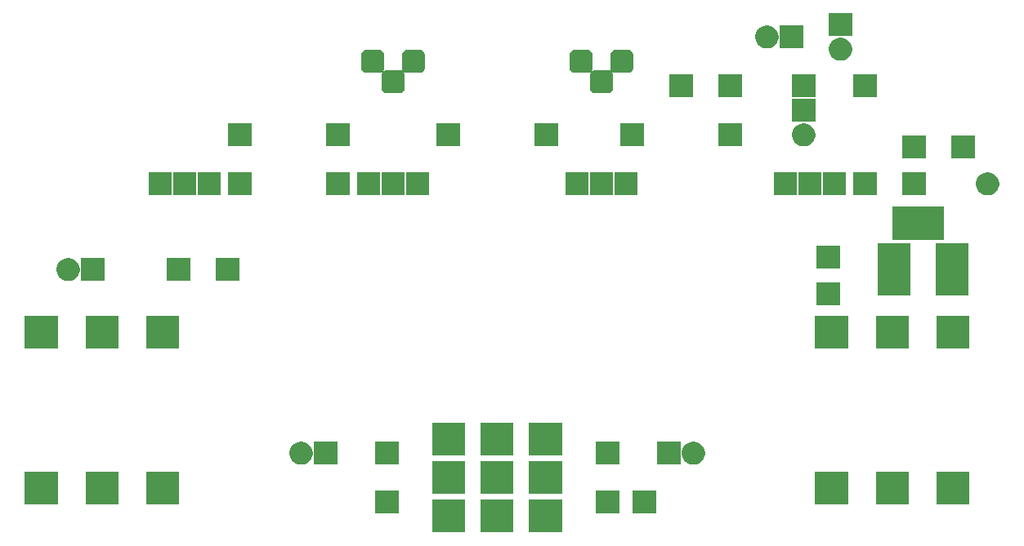
<source format=gbr>
G04 #@! TF.GenerationSoftware,KiCad,Pcbnew,5.1.6-c6e7f7d~87~ubuntu19.10.1*
G04 #@! TF.CreationDate,2021-07-04T19:22:05+06:00*
G04 #@! TF.ProjectId,fuzz_factory_r1b_r1b,66757a7a-5f66-4616-9374-6f72795f7231,MB:1B/PB:1B*
G04 #@! TF.SameCoordinates,Original*
G04 #@! TF.FileFunction,Soldermask,Bot*
G04 #@! TF.FilePolarity,Negative*
%FSLAX46Y46*%
G04 Gerber Fmt 4.6, Leading zero omitted, Abs format (unit mm)*
G04 Created by KiCad (PCBNEW 5.1.6-c6e7f7d~87~ubuntu19.10.1) date 2021-07-04 19:22:05*
%MOMM*%
%LPD*%
G01*
G04 APERTURE LIST*
%ADD10C,0.100000*%
G04 APERTURE END LIST*
D10*
G36*
X144020000Y-141590000D02*
G01*
X140620000Y-141590000D01*
X140620000Y-138190000D01*
X144020000Y-138190000D01*
X144020000Y-141590000D01*
G37*
G36*
X154020000Y-141590000D02*
G01*
X150620000Y-141590000D01*
X150620000Y-138190000D01*
X154020000Y-138190000D01*
X154020000Y-141590000D01*
G37*
G36*
X149020000Y-141590000D02*
G01*
X145620000Y-141590000D01*
X145620000Y-138190000D01*
X149020000Y-138190000D01*
X149020000Y-141590000D01*
G37*
G36*
X137090000Y-139630000D02*
G01*
X134690000Y-139630000D01*
X134690000Y-137230000D01*
X137090000Y-137230000D01*
X137090000Y-139630000D01*
G37*
G36*
X163760000Y-139630000D02*
G01*
X161360000Y-139630000D01*
X161360000Y-137230000D01*
X163760000Y-137230000D01*
X163760000Y-139630000D01*
G37*
G36*
X159950000Y-139630000D02*
G01*
X157550000Y-139630000D01*
X157550000Y-137230000D01*
X159950000Y-137230000D01*
X159950000Y-139630000D01*
G37*
G36*
X108085000Y-138705000D02*
G01*
X104685000Y-138705000D01*
X104685000Y-135305000D01*
X108085000Y-135305000D01*
X108085000Y-138705000D01*
G37*
G36*
X196255000Y-138705000D02*
G01*
X192855000Y-138705000D01*
X192855000Y-135305000D01*
X196255000Y-135305000D01*
X196255000Y-138705000D01*
G37*
G36*
X189955000Y-138705000D02*
G01*
X186555000Y-138705000D01*
X186555000Y-135305000D01*
X189955000Y-135305000D01*
X189955000Y-138705000D01*
G37*
G36*
X183655000Y-138705000D02*
G01*
X180255000Y-138705000D01*
X180255000Y-135305000D01*
X183655000Y-135305000D01*
X183655000Y-138705000D01*
G37*
G36*
X101785000Y-138705000D02*
G01*
X98385000Y-138705000D01*
X98385000Y-135305000D01*
X101785000Y-135305000D01*
X101785000Y-138705000D01*
G37*
G36*
X114385000Y-138705000D02*
G01*
X110985000Y-138705000D01*
X110985000Y-135305000D01*
X114385000Y-135305000D01*
X114385000Y-138705000D01*
G37*
G36*
X144020000Y-137590000D02*
G01*
X140620000Y-137590000D01*
X140620000Y-134190000D01*
X144020000Y-134190000D01*
X144020000Y-137590000D01*
G37*
G36*
X149020000Y-137590000D02*
G01*
X145620000Y-137590000D01*
X145620000Y-134190000D01*
X149020000Y-134190000D01*
X149020000Y-137590000D01*
G37*
G36*
X154020000Y-137590000D02*
G01*
X150620000Y-137590000D01*
X150620000Y-134190000D01*
X154020000Y-134190000D01*
X154020000Y-137590000D01*
G37*
G36*
X159950000Y-134550000D02*
G01*
X157550000Y-134550000D01*
X157550000Y-132150000D01*
X159950000Y-132150000D01*
X159950000Y-134550000D01*
G37*
G36*
X127350025Y-132196115D02*
G01*
X127350028Y-132196116D01*
X127350027Y-132196116D01*
X127568413Y-132286574D01*
X127764955Y-132417899D01*
X127932101Y-132585045D01*
X128063426Y-132781587D01*
X128063427Y-132781589D01*
X128153885Y-132999975D01*
X128200000Y-133231809D01*
X128200000Y-133468191D01*
X128153885Y-133700025D01*
X128153884Y-133700027D01*
X128063426Y-133918413D01*
X127932101Y-134114955D01*
X127764955Y-134282101D01*
X127568413Y-134413426D01*
X127568412Y-134413427D01*
X127568411Y-134413427D01*
X127350025Y-134503885D01*
X127118191Y-134550000D01*
X126881809Y-134550000D01*
X126649975Y-134503885D01*
X126431589Y-134413427D01*
X126431588Y-134413427D01*
X126431587Y-134413426D01*
X126235045Y-134282101D01*
X126067899Y-134114955D01*
X125936574Y-133918413D01*
X125846116Y-133700027D01*
X125846115Y-133700025D01*
X125800000Y-133468191D01*
X125800000Y-133231809D01*
X125846115Y-132999975D01*
X125936573Y-132781589D01*
X125936574Y-132781587D01*
X126067899Y-132585045D01*
X126235045Y-132417899D01*
X126431587Y-132286574D01*
X126649973Y-132196116D01*
X126649972Y-132196116D01*
X126649975Y-132196115D01*
X126881809Y-132150000D01*
X127118191Y-132150000D01*
X127350025Y-132196115D01*
G37*
G36*
X130740000Y-134550000D02*
G01*
X128340000Y-134550000D01*
X128340000Y-132150000D01*
X130740000Y-132150000D01*
X130740000Y-134550000D01*
G37*
G36*
X167990025Y-132196115D02*
G01*
X167990028Y-132196116D01*
X167990027Y-132196116D01*
X168208413Y-132286574D01*
X168404955Y-132417899D01*
X168572101Y-132585045D01*
X168703426Y-132781587D01*
X168703427Y-132781589D01*
X168793885Y-132999975D01*
X168840000Y-133231809D01*
X168840000Y-133468191D01*
X168793885Y-133700025D01*
X168793884Y-133700027D01*
X168703426Y-133918413D01*
X168572101Y-134114955D01*
X168404955Y-134282101D01*
X168208413Y-134413426D01*
X168208412Y-134413427D01*
X168208411Y-134413427D01*
X167990025Y-134503885D01*
X167758191Y-134550000D01*
X167521809Y-134550000D01*
X167289975Y-134503885D01*
X167071589Y-134413427D01*
X167071588Y-134413427D01*
X167071587Y-134413426D01*
X166875045Y-134282101D01*
X166707899Y-134114955D01*
X166576574Y-133918413D01*
X166486116Y-133700027D01*
X166486115Y-133700025D01*
X166440000Y-133468191D01*
X166440000Y-133231809D01*
X166486115Y-132999975D01*
X166576573Y-132781589D01*
X166576574Y-132781587D01*
X166707899Y-132585045D01*
X166875045Y-132417899D01*
X167071587Y-132286574D01*
X167289973Y-132196116D01*
X167289972Y-132196116D01*
X167289975Y-132196115D01*
X167521809Y-132150000D01*
X167758191Y-132150000D01*
X167990025Y-132196115D01*
G37*
G36*
X166300000Y-134550000D02*
G01*
X163900000Y-134550000D01*
X163900000Y-132150000D01*
X166300000Y-132150000D01*
X166300000Y-134550000D01*
G37*
G36*
X137090000Y-134550000D02*
G01*
X134690000Y-134550000D01*
X134690000Y-132150000D01*
X137090000Y-132150000D01*
X137090000Y-134550000D01*
G37*
G36*
X154020000Y-133590000D02*
G01*
X150620000Y-133590000D01*
X150620000Y-130190000D01*
X154020000Y-130190000D01*
X154020000Y-133590000D01*
G37*
G36*
X149020000Y-133590000D02*
G01*
X145620000Y-133590000D01*
X145620000Y-130190000D01*
X149020000Y-130190000D01*
X149020000Y-133590000D01*
G37*
G36*
X144020000Y-133590000D02*
G01*
X140620000Y-133590000D01*
X140620000Y-130190000D01*
X144020000Y-130190000D01*
X144020000Y-133590000D01*
G37*
G36*
X189955000Y-122505000D02*
G01*
X186555000Y-122505000D01*
X186555000Y-119105000D01*
X189955000Y-119105000D01*
X189955000Y-122505000D01*
G37*
G36*
X196255000Y-122505000D02*
G01*
X192855000Y-122505000D01*
X192855000Y-119105000D01*
X196255000Y-119105000D01*
X196255000Y-122505000D01*
G37*
G36*
X114385000Y-122505000D02*
G01*
X110985000Y-122505000D01*
X110985000Y-119105000D01*
X114385000Y-119105000D01*
X114385000Y-122505000D01*
G37*
G36*
X101785000Y-122505000D02*
G01*
X98385000Y-122505000D01*
X98385000Y-119105000D01*
X101785000Y-119105000D01*
X101785000Y-122505000D01*
G37*
G36*
X183655000Y-122505000D02*
G01*
X180255000Y-122505000D01*
X180255000Y-119105000D01*
X183655000Y-119105000D01*
X183655000Y-122505000D01*
G37*
G36*
X108085000Y-122505000D02*
G01*
X104685000Y-122505000D01*
X104685000Y-119105000D01*
X108085000Y-119105000D01*
X108085000Y-122505000D01*
G37*
G36*
X182810000Y-118040000D02*
G01*
X180410000Y-118040000D01*
X180410000Y-115640000D01*
X182810000Y-115640000D01*
X182810000Y-118040000D01*
G37*
G36*
X196130000Y-117000000D02*
G01*
X192730000Y-117000000D01*
X192730000Y-111600000D01*
X196130000Y-111600000D01*
X196130000Y-117000000D01*
G37*
G36*
X190130000Y-117000000D02*
G01*
X186730000Y-117000000D01*
X186730000Y-111600000D01*
X190130000Y-111600000D01*
X190130000Y-117000000D01*
G37*
G36*
X115500000Y-115500000D02*
G01*
X113100000Y-115500000D01*
X113100000Y-113100000D01*
X115500000Y-113100000D01*
X115500000Y-115500000D01*
G37*
G36*
X103220025Y-113146115D02*
G01*
X103220028Y-113146116D01*
X103220027Y-113146116D01*
X103438413Y-113236574D01*
X103634955Y-113367899D01*
X103802101Y-113535045D01*
X103933426Y-113731587D01*
X103933427Y-113731589D01*
X104023885Y-113949975D01*
X104070000Y-114181809D01*
X104070000Y-114418191D01*
X104023885Y-114650025D01*
X104023884Y-114650027D01*
X103933426Y-114868413D01*
X103802101Y-115064955D01*
X103634955Y-115232101D01*
X103438413Y-115363426D01*
X103438412Y-115363427D01*
X103438411Y-115363427D01*
X103220025Y-115453885D01*
X102988191Y-115500000D01*
X102751809Y-115500000D01*
X102519975Y-115453885D01*
X102301589Y-115363427D01*
X102301588Y-115363427D01*
X102301587Y-115363426D01*
X102105045Y-115232101D01*
X101937899Y-115064955D01*
X101806574Y-114868413D01*
X101716116Y-114650027D01*
X101716115Y-114650025D01*
X101670000Y-114418191D01*
X101670000Y-114181809D01*
X101716115Y-113949975D01*
X101806573Y-113731589D01*
X101806574Y-113731587D01*
X101937899Y-113535045D01*
X102105045Y-113367899D01*
X102301587Y-113236574D01*
X102519973Y-113146116D01*
X102519972Y-113146116D01*
X102519975Y-113146115D01*
X102751809Y-113100000D01*
X102988191Y-113100000D01*
X103220025Y-113146115D01*
G37*
G36*
X106610000Y-115500000D02*
G01*
X104210000Y-115500000D01*
X104210000Y-113100000D01*
X106610000Y-113100000D01*
X106610000Y-115500000D01*
G37*
G36*
X120580000Y-115500000D02*
G01*
X118180000Y-115500000D01*
X118180000Y-113100000D01*
X120580000Y-113100000D01*
X120580000Y-115500000D01*
G37*
G36*
X182810000Y-114230000D02*
G01*
X180410000Y-114230000D01*
X180410000Y-111830000D01*
X182810000Y-111830000D01*
X182810000Y-114230000D01*
G37*
G36*
X193630000Y-111200000D02*
G01*
X188230000Y-111200000D01*
X188230000Y-107800000D01*
X193630000Y-107800000D01*
X193630000Y-111200000D01*
G37*
G36*
X118675000Y-106610000D02*
G01*
X116275000Y-106610000D01*
X116275000Y-104210000D01*
X118675000Y-104210000D01*
X118675000Y-106610000D01*
G37*
G36*
X116135000Y-106610000D02*
G01*
X113735000Y-106610000D01*
X113735000Y-104210000D01*
X116135000Y-104210000D01*
X116135000Y-106610000D01*
G37*
G36*
X198470025Y-104256115D02*
G01*
X198470028Y-104256116D01*
X198470027Y-104256116D01*
X198688413Y-104346574D01*
X198884955Y-104477899D01*
X199052101Y-104645045D01*
X199183426Y-104841587D01*
X199183427Y-104841589D01*
X199273885Y-105059975D01*
X199320000Y-105291809D01*
X199320000Y-105528191D01*
X199273885Y-105760025D01*
X199273884Y-105760027D01*
X199183426Y-105978413D01*
X199052101Y-106174955D01*
X198884955Y-106342101D01*
X198688413Y-106473426D01*
X198688412Y-106473427D01*
X198688411Y-106473427D01*
X198470025Y-106563885D01*
X198238191Y-106610000D01*
X198001809Y-106610000D01*
X197769975Y-106563885D01*
X197551589Y-106473427D01*
X197551588Y-106473427D01*
X197551587Y-106473426D01*
X197355045Y-106342101D01*
X197187899Y-106174955D01*
X197056574Y-105978413D01*
X196966116Y-105760027D01*
X196966115Y-105760025D01*
X196920000Y-105528191D01*
X196920000Y-105291809D01*
X196966115Y-105059975D01*
X197056573Y-104841589D01*
X197056574Y-104841587D01*
X197187899Y-104645045D01*
X197355045Y-104477899D01*
X197551587Y-104346574D01*
X197769973Y-104256116D01*
X197769972Y-104256116D01*
X197769975Y-104256115D01*
X198001809Y-104210000D01*
X198238191Y-104210000D01*
X198470025Y-104256115D01*
G37*
G36*
X178365000Y-106610000D02*
G01*
X175965000Y-106610000D01*
X175965000Y-104210000D01*
X178365000Y-104210000D01*
X178365000Y-106610000D01*
G37*
G36*
X191700000Y-106610000D02*
G01*
X189300000Y-106610000D01*
X189300000Y-104210000D01*
X191700000Y-104210000D01*
X191700000Y-106610000D01*
G37*
G36*
X135185000Y-106610000D02*
G01*
X132785000Y-106610000D01*
X132785000Y-104210000D01*
X135185000Y-104210000D01*
X135185000Y-106610000D01*
G37*
G36*
X161855000Y-106610000D02*
G01*
X159455000Y-106610000D01*
X159455000Y-104210000D01*
X161855000Y-104210000D01*
X161855000Y-106610000D01*
G37*
G36*
X121850000Y-106610000D02*
G01*
X119450000Y-106610000D01*
X119450000Y-104210000D01*
X121850000Y-104210000D01*
X121850000Y-106610000D01*
G37*
G36*
X186620000Y-106610000D02*
G01*
X184220000Y-106610000D01*
X184220000Y-104210000D01*
X186620000Y-104210000D01*
X186620000Y-106610000D01*
G37*
G36*
X159315000Y-106610000D02*
G01*
X156915000Y-106610000D01*
X156915000Y-104210000D01*
X159315000Y-104210000D01*
X159315000Y-106610000D01*
G37*
G36*
X156775000Y-106610000D02*
G01*
X154375000Y-106610000D01*
X154375000Y-104210000D01*
X156775000Y-104210000D01*
X156775000Y-106610000D01*
G37*
G36*
X183445000Y-106610000D02*
G01*
X181045000Y-106610000D01*
X181045000Y-104210000D01*
X183445000Y-104210000D01*
X183445000Y-106610000D01*
G37*
G36*
X180905000Y-106610000D02*
G01*
X178505000Y-106610000D01*
X178505000Y-104210000D01*
X180905000Y-104210000D01*
X180905000Y-106610000D01*
G37*
G36*
X140265000Y-106610000D02*
G01*
X137865000Y-106610000D01*
X137865000Y-104210000D01*
X140265000Y-104210000D01*
X140265000Y-106610000D01*
G37*
G36*
X132010000Y-106610000D02*
G01*
X129610000Y-106610000D01*
X129610000Y-104210000D01*
X132010000Y-104210000D01*
X132010000Y-106610000D01*
G37*
G36*
X137725000Y-106610000D02*
G01*
X135325000Y-106610000D01*
X135325000Y-104210000D01*
X137725000Y-104210000D01*
X137725000Y-106610000D01*
G37*
G36*
X113595000Y-106610000D02*
G01*
X111195000Y-106610000D01*
X111195000Y-104210000D01*
X113595000Y-104210000D01*
X113595000Y-106610000D01*
G37*
G36*
X196780000Y-102800000D02*
G01*
X194380000Y-102800000D01*
X194380000Y-100400000D01*
X196780000Y-100400000D01*
X196780000Y-102800000D01*
G37*
G36*
X191700000Y-102800000D02*
G01*
X189300000Y-102800000D01*
X189300000Y-100400000D01*
X191700000Y-100400000D01*
X191700000Y-102800000D01*
G37*
G36*
X121850000Y-101530000D02*
G01*
X119450000Y-101530000D01*
X119450000Y-99130000D01*
X121850000Y-99130000D01*
X121850000Y-101530000D01*
G37*
G36*
X179420025Y-99176115D02*
G01*
X179420028Y-99176116D01*
X179420027Y-99176116D01*
X179638413Y-99266574D01*
X179834955Y-99397899D01*
X180002101Y-99565045D01*
X180133426Y-99761587D01*
X180133427Y-99761589D01*
X180223885Y-99979975D01*
X180270000Y-100211809D01*
X180270000Y-100448191D01*
X180223885Y-100680025D01*
X180223884Y-100680027D01*
X180133426Y-100898413D01*
X180002101Y-101094955D01*
X179834955Y-101262101D01*
X179638413Y-101393426D01*
X179638412Y-101393427D01*
X179638411Y-101393427D01*
X179420025Y-101483885D01*
X179188191Y-101530000D01*
X178951809Y-101530000D01*
X178719975Y-101483885D01*
X178501589Y-101393427D01*
X178501588Y-101393427D01*
X178501587Y-101393426D01*
X178305045Y-101262101D01*
X178137899Y-101094955D01*
X178006574Y-100898413D01*
X177916116Y-100680027D01*
X177916115Y-100680025D01*
X177870000Y-100448191D01*
X177870000Y-100211809D01*
X177916115Y-99979975D01*
X178006573Y-99761589D01*
X178006574Y-99761587D01*
X178137899Y-99565045D01*
X178305045Y-99397899D01*
X178501587Y-99266574D01*
X178719973Y-99176116D01*
X178719972Y-99176116D01*
X178719975Y-99176115D01*
X178951809Y-99130000D01*
X179188191Y-99130000D01*
X179420025Y-99176115D01*
G37*
G36*
X172650000Y-101530000D02*
G01*
X170250000Y-101530000D01*
X170250000Y-99130000D01*
X172650000Y-99130000D01*
X172650000Y-101530000D01*
G37*
G36*
X162490000Y-101530000D02*
G01*
X160090000Y-101530000D01*
X160090000Y-99130000D01*
X162490000Y-99130000D01*
X162490000Y-101530000D01*
G37*
G36*
X153600000Y-101530000D02*
G01*
X151200000Y-101530000D01*
X151200000Y-99130000D01*
X153600000Y-99130000D01*
X153600000Y-101530000D01*
G37*
G36*
X143440000Y-101530000D02*
G01*
X141040000Y-101530000D01*
X141040000Y-99130000D01*
X143440000Y-99130000D01*
X143440000Y-101530000D01*
G37*
G36*
X132010000Y-101530000D02*
G01*
X129610000Y-101530000D01*
X129610000Y-99130000D01*
X132010000Y-99130000D01*
X132010000Y-101530000D01*
G37*
G36*
X180270000Y-98990000D02*
G01*
X177870000Y-98990000D01*
X177870000Y-96590000D01*
X180270000Y-96590000D01*
X180270000Y-98990000D01*
G37*
G36*
X167570000Y-96450000D02*
G01*
X165170000Y-96450000D01*
X165170000Y-94050000D01*
X167570000Y-94050000D01*
X167570000Y-96450000D01*
G37*
G36*
X186620000Y-96450000D02*
G01*
X184220000Y-96450000D01*
X184220000Y-94050000D01*
X186620000Y-94050000D01*
X186620000Y-96450000D01*
G37*
G36*
X180270000Y-96450000D02*
G01*
X177870000Y-96450000D01*
X177870000Y-94050000D01*
X180270000Y-94050000D01*
X180270000Y-96450000D01*
G37*
G36*
X172650000Y-96450000D02*
G01*
X170250000Y-96450000D01*
X170250000Y-94050000D01*
X172650000Y-94050000D01*
X172650000Y-96450000D01*
G37*
G36*
X135162129Y-91521285D02*
G01*
X135269952Y-91553993D01*
X135369316Y-91607104D01*
X135456415Y-91678585D01*
X135527896Y-91765684D01*
X135581007Y-91865048D01*
X135613715Y-91972871D01*
X135625000Y-92087454D01*
X135625000Y-93332546D01*
X135613715Y-93447129D01*
X135581007Y-93554952D01*
X135544978Y-93622358D01*
X135541227Y-93631413D01*
X135539315Y-93641026D01*
X135539315Y-93650828D01*
X135541227Y-93660441D01*
X135544978Y-93669496D01*
X135550423Y-93677646D01*
X135557354Y-93684577D01*
X135565504Y-93690022D01*
X135574559Y-93693773D01*
X135584172Y-93695685D01*
X135593974Y-93695685D01*
X135603587Y-93693773D01*
X135612642Y-93690022D01*
X135680048Y-93653993D01*
X135787871Y-93621285D01*
X135902454Y-93610000D01*
X137147546Y-93610000D01*
X137262129Y-93621285D01*
X137369952Y-93653993D01*
X137437358Y-93690022D01*
X137446413Y-93693773D01*
X137456026Y-93695685D01*
X137465828Y-93695685D01*
X137475441Y-93693773D01*
X137484496Y-93690022D01*
X137492646Y-93684577D01*
X137499577Y-93677646D01*
X137505022Y-93669496D01*
X137508773Y-93660441D01*
X137510685Y-93650828D01*
X137510685Y-93641026D01*
X137508773Y-93631413D01*
X137505022Y-93622358D01*
X137468993Y-93554952D01*
X137436285Y-93447129D01*
X137425000Y-93332546D01*
X137425000Y-92087454D01*
X137436285Y-91972871D01*
X137468993Y-91865048D01*
X137522104Y-91765684D01*
X137593585Y-91678585D01*
X137680684Y-91607104D01*
X137780048Y-91553993D01*
X137887871Y-91521285D01*
X138002454Y-91510000D01*
X139247546Y-91510000D01*
X139362129Y-91521285D01*
X139469952Y-91553993D01*
X139569316Y-91607104D01*
X139656415Y-91678585D01*
X139727896Y-91765684D01*
X139781007Y-91865048D01*
X139813715Y-91972871D01*
X139825000Y-92087454D01*
X139825000Y-93332546D01*
X139813715Y-93447129D01*
X139781007Y-93554952D01*
X139727896Y-93654316D01*
X139656415Y-93741415D01*
X139569316Y-93812896D01*
X139469952Y-93866007D01*
X139362129Y-93898715D01*
X139247546Y-93910000D01*
X138002454Y-93910000D01*
X137887871Y-93898715D01*
X137780048Y-93866007D01*
X137712642Y-93829978D01*
X137703587Y-93826227D01*
X137693974Y-93824315D01*
X137684172Y-93824315D01*
X137674559Y-93826227D01*
X137665504Y-93829978D01*
X137657354Y-93835423D01*
X137650423Y-93842354D01*
X137644978Y-93850504D01*
X137641227Y-93859559D01*
X137639315Y-93869172D01*
X137639315Y-93878974D01*
X137641227Y-93888587D01*
X137644978Y-93897642D01*
X137681007Y-93965048D01*
X137713715Y-94072871D01*
X137725000Y-94187454D01*
X137725000Y-95432546D01*
X137713715Y-95547129D01*
X137681007Y-95654952D01*
X137627896Y-95754316D01*
X137556415Y-95841415D01*
X137469316Y-95912896D01*
X137369952Y-95966007D01*
X137262129Y-95998715D01*
X137147546Y-96010000D01*
X135902454Y-96010000D01*
X135787871Y-95998715D01*
X135680048Y-95966007D01*
X135580684Y-95912896D01*
X135493585Y-95841415D01*
X135422104Y-95754316D01*
X135368993Y-95654952D01*
X135336285Y-95547129D01*
X135325000Y-95432546D01*
X135325000Y-94187454D01*
X135336285Y-94072871D01*
X135368993Y-93965048D01*
X135405022Y-93897642D01*
X135408773Y-93888587D01*
X135410685Y-93878974D01*
X135410685Y-93869172D01*
X135408773Y-93859559D01*
X135405022Y-93850504D01*
X135399577Y-93842354D01*
X135392646Y-93835423D01*
X135384496Y-93829978D01*
X135375441Y-93826227D01*
X135365828Y-93824315D01*
X135356026Y-93824315D01*
X135346413Y-93826227D01*
X135337358Y-93829978D01*
X135269952Y-93866007D01*
X135162129Y-93898715D01*
X135047546Y-93910000D01*
X133802454Y-93910000D01*
X133687871Y-93898715D01*
X133580048Y-93866007D01*
X133480684Y-93812896D01*
X133393585Y-93741415D01*
X133322104Y-93654316D01*
X133268993Y-93554952D01*
X133236285Y-93447129D01*
X133225000Y-93332546D01*
X133225000Y-92087454D01*
X133236285Y-91972871D01*
X133268993Y-91865048D01*
X133322104Y-91765684D01*
X133393585Y-91678585D01*
X133480684Y-91607104D01*
X133580048Y-91553993D01*
X133687871Y-91521285D01*
X133802454Y-91510000D01*
X135047546Y-91510000D01*
X135162129Y-91521285D01*
G37*
G36*
X156752129Y-91521285D02*
G01*
X156859952Y-91553993D01*
X156959316Y-91607104D01*
X157046415Y-91678585D01*
X157117896Y-91765684D01*
X157171007Y-91865048D01*
X157203715Y-91972871D01*
X157215000Y-92087454D01*
X157215000Y-93332546D01*
X157203715Y-93447129D01*
X157171007Y-93554952D01*
X157134978Y-93622358D01*
X157131227Y-93631413D01*
X157129315Y-93641026D01*
X157129315Y-93650828D01*
X157131227Y-93660441D01*
X157134978Y-93669496D01*
X157140423Y-93677646D01*
X157147354Y-93684577D01*
X157155504Y-93690022D01*
X157164559Y-93693773D01*
X157174172Y-93695685D01*
X157183974Y-93695685D01*
X157193587Y-93693773D01*
X157202642Y-93690022D01*
X157270048Y-93653993D01*
X157377871Y-93621285D01*
X157492454Y-93610000D01*
X158737546Y-93610000D01*
X158852129Y-93621285D01*
X158959952Y-93653993D01*
X159027358Y-93690022D01*
X159036413Y-93693773D01*
X159046026Y-93695685D01*
X159055828Y-93695685D01*
X159065441Y-93693773D01*
X159074496Y-93690022D01*
X159082646Y-93684577D01*
X159089577Y-93677646D01*
X159095022Y-93669496D01*
X159098773Y-93660441D01*
X159100685Y-93650828D01*
X159100685Y-93641026D01*
X159098773Y-93631413D01*
X159095022Y-93622358D01*
X159058993Y-93554952D01*
X159026285Y-93447129D01*
X159015000Y-93332546D01*
X159015000Y-92087454D01*
X159026285Y-91972871D01*
X159058993Y-91865048D01*
X159112104Y-91765684D01*
X159183585Y-91678585D01*
X159270684Y-91607104D01*
X159370048Y-91553993D01*
X159477871Y-91521285D01*
X159592454Y-91510000D01*
X160837546Y-91510000D01*
X160952129Y-91521285D01*
X161059952Y-91553993D01*
X161159316Y-91607104D01*
X161246415Y-91678585D01*
X161317896Y-91765684D01*
X161371007Y-91865048D01*
X161403715Y-91972871D01*
X161415000Y-92087454D01*
X161415000Y-93332546D01*
X161403715Y-93447129D01*
X161371007Y-93554952D01*
X161317896Y-93654316D01*
X161246415Y-93741415D01*
X161159316Y-93812896D01*
X161059952Y-93866007D01*
X160952129Y-93898715D01*
X160837546Y-93910000D01*
X159592454Y-93910000D01*
X159477871Y-93898715D01*
X159370048Y-93866007D01*
X159302642Y-93829978D01*
X159293587Y-93826227D01*
X159283974Y-93824315D01*
X159274172Y-93824315D01*
X159264559Y-93826227D01*
X159255504Y-93829978D01*
X159247354Y-93835423D01*
X159240423Y-93842354D01*
X159234978Y-93850504D01*
X159231227Y-93859559D01*
X159229315Y-93869172D01*
X159229315Y-93878974D01*
X159231227Y-93888587D01*
X159234978Y-93897642D01*
X159271007Y-93965048D01*
X159303715Y-94072871D01*
X159315000Y-94187454D01*
X159315000Y-95432546D01*
X159303715Y-95547129D01*
X159271007Y-95654952D01*
X159217896Y-95754316D01*
X159146415Y-95841415D01*
X159059316Y-95912896D01*
X158959952Y-95966007D01*
X158852129Y-95998715D01*
X158737546Y-96010000D01*
X157492454Y-96010000D01*
X157377871Y-95998715D01*
X157270048Y-95966007D01*
X157170684Y-95912896D01*
X157083585Y-95841415D01*
X157012104Y-95754316D01*
X156958993Y-95654952D01*
X156926285Y-95547129D01*
X156915000Y-95432546D01*
X156915000Y-94187454D01*
X156926285Y-94072871D01*
X156958993Y-93965048D01*
X156995022Y-93897642D01*
X156998773Y-93888587D01*
X157000685Y-93878974D01*
X157000685Y-93869172D01*
X156998773Y-93859559D01*
X156995022Y-93850504D01*
X156989577Y-93842354D01*
X156982646Y-93835423D01*
X156974496Y-93829978D01*
X156965441Y-93826227D01*
X156955828Y-93824315D01*
X156946026Y-93824315D01*
X156936413Y-93826227D01*
X156927358Y-93829978D01*
X156859952Y-93866007D01*
X156752129Y-93898715D01*
X156637546Y-93910000D01*
X155392454Y-93910000D01*
X155277871Y-93898715D01*
X155170048Y-93866007D01*
X155070684Y-93812896D01*
X154983585Y-93741415D01*
X154912104Y-93654316D01*
X154858993Y-93554952D01*
X154826285Y-93447129D01*
X154815000Y-93332546D01*
X154815000Y-92087454D01*
X154826285Y-91972871D01*
X154858993Y-91865048D01*
X154912104Y-91765684D01*
X154983585Y-91678585D01*
X155070684Y-91607104D01*
X155170048Y-91553993D01*
X155277871Y-91521285D01*
X155392454Y-91510000D01*
X156637546Y-91510000D01*
X156752129Y-91521285D01*
G37*
G36*
X183230025Y-90286115D02*
G01*
X183235037Y-90288191D01*
X183448413Y-90376574D01*
X183644955Y-90507899D01*
X183812101Y-90675045D01*
X183854442Y-90738413D01*
X183943427Y-90871589D01*
X184033885Y-91089975D01*
X184080000Y-91321809D01*
X184080000Y-91558191D01*
X184033885Y-91790025D01*
X183996455Y-91880390D01*
X183943426Y-92008413D01*
X183812101Y-92204955D01*
X183644955Y-92372101D01*
X183448413Y-92503426D01*
X183448412Y-92503427D01*
X183448411Y-92503427D01*
X183230025Y-92593885D01*
X182998191Y-92640000D01*
X182761809Y-92640000D01*
X182529975Y-92593885D01*
X182311589Y-92503427D01*
X182311588Y-92503427D01*
X182311587Y-92503426D01*
X182115045Y-92372101D01*
X181947899Y-92204955D01*
X181816574Y-92008413D01*
X181763545Y-91880390D01*
X181726115Y-91790025D01*
X181680000Y-91558191D01*
X181680000Y-91321809D01*
X181726115Y-91089975D01*
X181816573Y-90871589D01*
X181905558Y-90738413D01*
X181947899Y-90675045D01*
X182115045Y-90507899D01*
X182311587Y-90376574D01*
X182524963Y-90288191D01*
X182529975Y-90286115D01*
X182761809Y-90240000D01*
X182998191Y-90240000D01*
X183230025Y-90286115D01*
G37*
G36*
X179000000Y-91370000D02*
G01*
X176600000Y-91370000D01*
X176600000Y-88970000D01*
X179000000Y-88970000D01*
X179000000Y-91370000D01*
G37*
G36*
X175610025Y-89016115D02*
G01*
X175610028Y-89016116D01*
X175610027Y-89016116D01*
X175828413Y-89106574D01*
X176024955Y-89237899D01*
X176192101Y-89405045D01*
X176323426Y-89601587D01*
X176323427Y-89601589D01*
X176413885Y-89819975D01*
X176460000Y-90051809D01*
X176460000Y-90288191D01*
X176413885Y-90520025D01*
X176323427Y-90738411D01*
X176323426Y-90738413D01*
X176192101Y-90934955D01*
X176024955Y-91102101D01*
X175828413Y-91233426D01*
X175828412Y-91233427D01*
X175828411Y-91233427D01*
X175610025Y-91323885D01*
X175378191Y-91370000D01*
X175141809Y-91370000D01*
X174909975Y-91323885D01*
X174691589Y-91233427D01*
X174691588Y-91233427D01*
X174691587Y-91233426D01*
X174495045Y-91102101D01*
X174327899Y-90934955D01*
X174196574Y-90738413D01*
X174196573Y-90738411D01*
X174106115Y-90520025D01*
X174060000Y-90288191D01*
X174060000Y-90051809D01*
X174106115Y-89819975D01*
X174196573Y-89601589D01*
X174196574Y-89601587D01*
X174327899Y-89405045D01*
X174495045Y-89237899D01*
X174691587Y-89106574D01*
X174909973Y-89016116D01*
X174909972Y-89016116D01*
X174909975Y-89016115D01*
X175141809Y-88970000D01*
X175378191Y-88970000D01*
X175610025Y-89016115D01*
G37*
G36*
X184080000Y-90100000D02*
G01*
X181680000Y-90100000D01*
X181680000Y-87700000D01*
X184080000Y-87700000D01*
X184080000Y-90100000D01*
G37*
M02*

</source>
